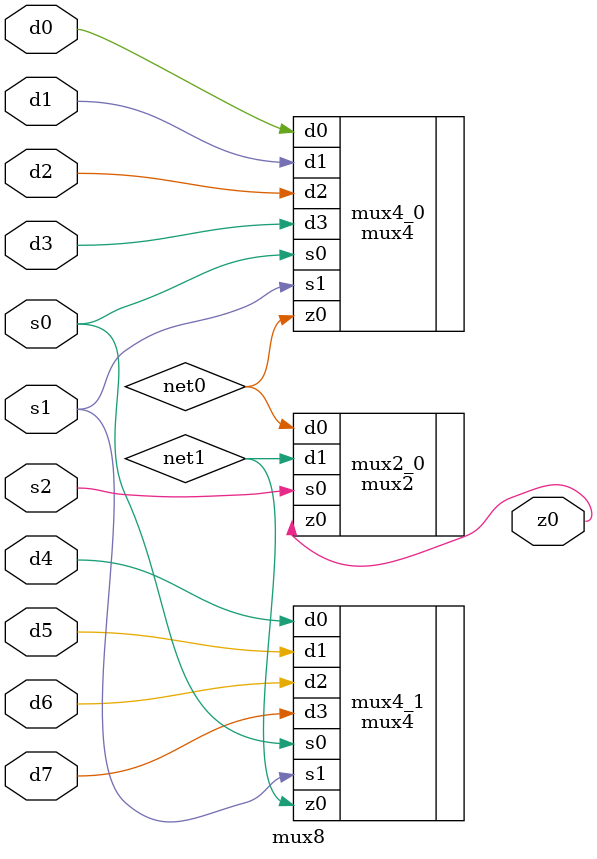
<source format=v>

`include "../../../combinational_logic_design/multiplexers/mux4/mux4.v"

module mux8(s0, s1, s2, d0, d1, d2, d3, d4, d5, d6, d7, z0);

// define inputs and outputs
input s0, s1, s2;
input d0, d1, d2, d3, d4, d5, d6, d7;
output z0;

// define internal nets
wire net0, net1;

// instantiate the logic gates
mux4 mux4_0 (.s0(s0), .s1(s1), .d0(d0), .d1(d1), .d2(d2), .d3(d3), .z0(net0));
mux4 mux4_1 (.s0(s0), .s1(s1), .d0(d4), .d1(d5), .d2(d6), .d3(d7), .z0(net1));
mux2 mux2_0 (.s0(s2), .d0(net0), .d1(net1), .z0(z0));

endmodule

</source>
